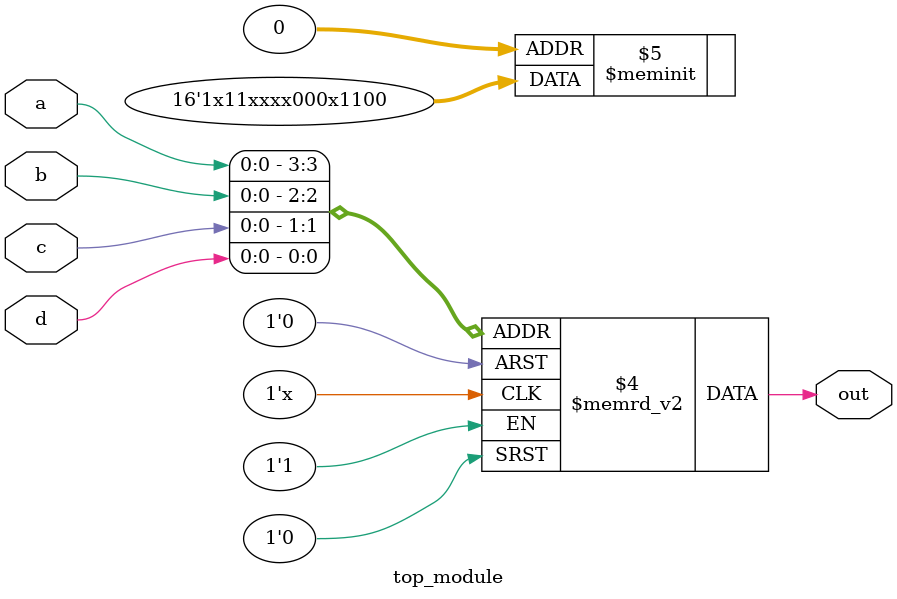
<source format=sv>
module top_module (
  input a,
  input b,
  input c,
  input d,
  output reg out
);
  
  always @* begin
    case ({a, b, c, d})
      4'b0000, 4'b0001, 4'b0101, 4'b0110, 4'b0111:
        out = 1'b0;
      4'b0011, 4'b0010, 4'b1100, 4'b1101, 4'b1111:
        out = 1'b1;
      default:
        out = 1'bx;
    endcase
  end
  
endmodule

</source>
